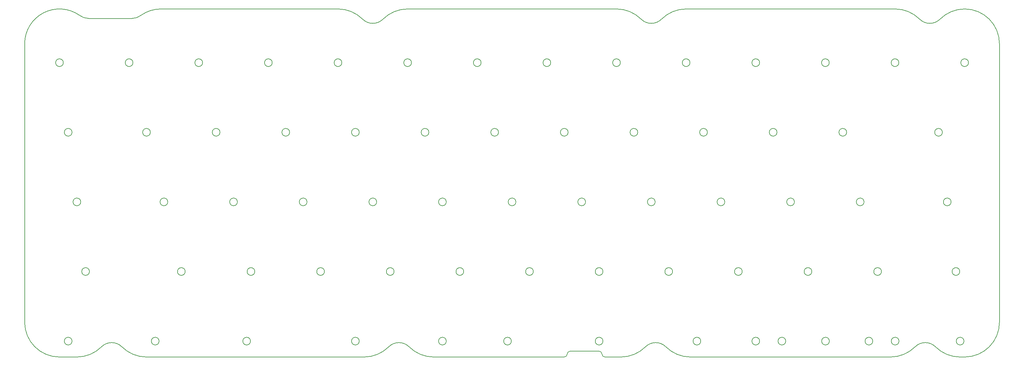
<source format=gbr>
%TF.GenerationSoftware,KiCad,Pcbnew,(6.0.5)*%
%TF.CreationDate,2022-07-14T21:57:26-04:00*%
%TF.ProjectId,bd64pcb,62643634-7063-4622-9e6b-696361645f70,rev?*%
%TF.SameCoordinates,Original*%
%TF.FileFunction,Profile,NP*%
%FSLAX46Y46*%
G04 Gerber Fmt 4.6, Leading zero omitted, Abs format (unit mm)*
G04 Created by KiCad (PCBNEW (6.0.5)) date 2022-07-14 21:57:26*
%MOMM*%
%LPD*%
G01*
G04 APERTURE LIST*
%TA.AperFunction,Profile*%
%ADD10C,0.150000*%
%TD*%
G04 APERTURE END LIST*
D10*
X24606250Y-137318750D02*
X29368750Y-137318750D01*
X264282818Y-134528932D02*
G75*
G03*
X271018000Y-137318750I6735182J6735132D01*
G01*
X48418750Y-137318750D02*
X107950000Y-137318750D01*
X30068480Y-43790565D02*
G75*
G03*
X15081250Y-51593750I-5462575J-7802521D01*
G01*
X44446194Y-44660503D02*
X32547738Y-44660243D01*
X190511683Y-134528942D02*
G75*
G03*
X184932067Y-134528942I-2789808J-2789809D01*
G01*
X173037450Y-136525000D02*
G75*
G03*
X172243750Y-135731250I-793750J0D01*
G01*
X281781250Y-51593750D02*
G75*
G03*
X272256250Y-42068750I-9525050J-50D01*
G01*
X120264808Y-134528942D02*
G75*
G03*
X114685192Y-134528942I-2789808J-2789809D01*
G01*
X119856250Y-42068729D02*
G75*
G03*
X113121058Y-44858558I50J-9525071D01*
G01*
X253206250Y-42068750D02*
X196056250Y-42068750D01*
X183741457Y-44858543D02*
G75*
G03*
X177006250Y-42068750I-6735157J-6735157D01*
G01*
X164306250Y-135731250D02*
X172243750Y-135731250D01*
X162718750Y-137318800D02*
G75*
G03*
X163512500Y-136525000I-50J793800D01*
G01*
X100806250Y-42068750D02*
X52387500Y-42068750D01*
X173831250Y-137318750D02*
X178196875Y-137318750D01*
X15081250Y-127793750D02*
X15081250Y-51593750D01*
X272256250Y-42068729D02*
G75*
G03*
X265521058Y-44858558I50J-9525071D01*
G01*
X271018000Y-137318750D02*
X272256250Y-137318750D01*
X52387500Y-42068775D02*
G75*
G03*
X46925453Y-43790826I-200J-9522725D01*
G01*
X281781250Y-127793750D02*
X281781250Y-51593750D01*
X178196875Y-137318718D02*
G75*
G03*
X184932067Y-134528942I25J9525018D01*
G01*
X272256250Y-137318750D02*
G75*
G03*
X281781250Y-127793750I0J9525000D01*
G01*
X259941442Y-44858558D02*
G75*
G03*
X265521058Y-44858558I2789808J2789809D01*
G01*
X259941457Y-44858543D02*
G75*
G03*
X253206250Y-42068750I-6735157J-6735157D01*
G01*
X107541457Y-44858543D02*
G75*
G03*
X100806250Y-42068750I-6735157J-6735157D01*
G01*
X196056250Y-42068729D02*
G75*
G03*
X189321058Y-44858558I50J-9525071D01*
G01*
X44446194Y-44660490D02*
G75*
G03*
X46925453Y-43790826I1406J3964790D01*
G01*
X251968000Y-137318735D02*
G75*
G03*
X258703192Y-134528942I0J9525035D01*
G01*
X264282808Y-134528942D02*
G75*
G03*
X258703192Y-134528942I-2789808J-2789809D01*
G01*
X177006250Y-42068750D02*
X119856250Y-42068750D01*
X41683558Y-134528942D02*
G75*
G03*
X36103942Y-134528942I-2789808J-2789809D01*
G01*
X164306250Y-135731200D02*
G75*
G03*
X163512500Y-136525000I50J-793800D01*
G01*
X197246875Y-137318750D02*
X251968000Y-137318750D01*
X15081250Y-127793750D02*
G75*
G03*
X24606250Y-137318750I9525000J0D01*
G01*
X41683560Y-134528940D02*
G75*
G03*
X48418750Y-137318750I6735190J6735180D01*
G01*
X120264818Y-134528932D02*
G75*
G03*
X127000000Y-137318750I6735182J6735132D01*
G01*
X190511706Y-134528919D02*
G75*
G03*
X197246875Y-137318750I6735194J6735119D01*
G01*
X183741442Y-44858558D02*
G75*
G03*
X189321058Y-44858558I2789808J2789809D01*
G01*
X107950000Y-137318735D02*
G75*
G03*
X114685192Y-134528942I0J9525035D01*
G01*
X30068467Y-43790581D02*
G75*
G03*
X32547738Y-44660243I2477833J3095081D01*
G01*
X29368750Y-137318750D02*
G75*
G03*
X36103942Y-134528942I0J9525000D01*
G01*
X173037550Y-136525000D02*
G75*
G03*
X173831250Y-137318750I793750J0D01*
G01*
X127000000Y-137318750D02*
X162718750Y-137318750D01*
X107541442Y-44858558D02*
G75*
G03*
X113121058Y-44858558I2789808J2789809D01*
G01*
%TO.C,L1*%
X25656250Y-56769000D02*
G75*
G03*
X25656250Y-56769000I-1050000J0D01*
G01*
%TO.C,L2*%
X44706250Y-56769000D02*
G75*
G03*
X44706250Y-56769000I-1050000J0D01*
G01*
%TO.C,L3*%
X63756250Y-56769000D02*
G75*
G03*
X63756250Y-56769000I-1050000J0D01*
G01*
%TO.C,L4*%
X82806250Y-56769000D02*
G75*
G03*
X82806250Y-56769000I-1050000J0D01*
G01*
%TO.C,L5*%
X101856250Y-56769000D02*
G75*
G03*
X101856250Y-56769000I-1050000J0D01*
G01*
%TO.C,L6*%
X120906250Y-56769000D02*
G75*
G03*
X120906250Y-56769000I-1050000J0D01*
G01*
%TO.C,L7*%
X139956250Y-56769000D02*
G75*
G03*
X139956250Y-56769000I-1050000J0D01*
G01*
%TO.C,L8*%
X159006250Y-56769000D02*
G75*
G03*
X159006250Y-56769000I-1050000J0D01*
G01*
%TO.C,L9*%
X178056250Y-56769000D02*
G75*
G03*
X178056250Y-56769000I-1050000J0D01*
G01*
%TO.C,L10*%
X197106250Y-56769000D02*
G75*
G03*
X197106250Y-56769000I-1050000J0D01*
G01*
%TO.C,L11*%
X216156250Y-56769000D02*
G75*
G03*
X216156250Y-56769000I-1050000J0D01*
G01*
%TO.C,L12*%
X235206250Y-56769000D02*
G75*
G03*
X235206250Y-56769000I-1050000J0D01*
G01*
%TO.C,L13*%
X254256250Y-56769000D02*
G75*
G03*
X254256250Y-56769000I-1050000J0D01*
G01*
%TO.C,L14*%
X273306250Y-56769000D02*
G75*
G03*
X273306250Y-56769000I-1050000J0D01*
G01*
%TO.C,L15*%
X28037500Y-132969000D02*
G75*
G03*
X28037500Y-132969000I-1050000J0D01*
G01*
%TO.C,L16*%
X51850000Y-132969000D02*
G75*
G03*
X51850000Y-132969000I-1050000J0D01*
G01*
%TO.C,L18*%
X49468750Y-75819000D02*
G75*
G03*
X49468750Y-75819000I-1050000J0D01*
G01*
%TO.C,L19*%
X68518750Y-75819000D02*
G75*
G03*
X68518750Y-75819000I-1050000J0D01*
G01*
%TO.C,L20*%
X87568750Y-75819000D02*
G75*
G03*
X87568750Y-75819000I-1050000J0D01*
G01*
%TO.C,L21*%
X106618750Y-75819000D02*
G75*
G03*
X106618750Y-75819000I-1050000J0D01*
G01*
%TO.C,L22*%
X125668750Y-75819000D02*
G75*
G03*
X125668750Y-75819000I-1050000J0D01*
G01*
%TO.C,L23*%
X144718750Y-75819000D02*
G75*
G03*
X144718750Y-75819000I-1050000J0D01*
G01*
%TO.C,L24*%
X163768750Y-75819000D02*
G75*
G03*
X163768750Y-75819000I-1050000J0D01*
G01*
%TO.C,L25*%
X182818750Y-75819000D02*
G75*
G03*
X182818750Y-75819000I-1050000J0D01*
G01*
%TO.C,L26*%
X201868750Y-75819000D02*
G75*
G03*
X201868750Y-75819000I-1050000J0D01*
G01*
%TO.C,L27*%
X220918750Y-75819000D02*
G75*
G03*
X220918750Y-75819000I-1050000J0D01*
G01*
%TO.C,L28*%
X239968750Y-75819000D02*
G75*
G03*
X239968750Y-75819000I-1050000J0D01*
G01*
%TO.C,L29*%
X266162500Y-75819000D02*
G75*
G03*
X266162500Y-75819000I-1050000J0D01*
G01*
%TO.C,L30*%
X76869000Y-132969000D02*
G75*
G03*
X76869000Y-132969000I-1050000J0D01*
G01*
%TO.C,L31*%
X106618750Y-132969000D02*
G75*
G03*
X106618750Y-132969000I-1050000J0D01*
G01*
%TO.C,L32*%
X130431250Y-132969000D02*
G75*
G03*
X130431250Y-132969000I-1050000J0D01*
G01*
%TO.C,L33*%
X30418750Y-94869000D02*
G75*
G03*
X30418750Y-94869000I-1050000J0D01*
G01*
%TO.C,L34*%
X54231250Y-94869000D02*
G75*
G03*
X54231250Y-94869000I-1050000J0D01*
G01*
%TO.C,L35*%
X73281250Y-94869000D02*
G75*
G03*
X73281250Y-94869000I-1050000J0D01*
G01*
%TO.C,L36*%
X92331250Y-94869000D02*
G75*
G03*
X92331250Y-94869000I-1050000J0D01*
G01*
%TO.C,L37*%
X111381250Y-94869000D02*
G75*
G03*
X111381250Y-94869000I-1050000J0D01*
G01*
%TO.C,L38*%
X130431250Y-94869000D02*
G75*
G03*
X130431250Y-94869000I-1050000J0D01*
G01*
%TO.C,L39*%
X149481250Y-94869000D02*
G75*
G03*
X149481250Y-94869000I-1050000J0D01*
G01*
%TO.C,L40*%
X168531250Y-94869000D02*
G75*
G03*
X168531250Y-94869000I-1050000J0D01*
G01*
%TO.C,L41*%
X187581250Y-94869000D02*
G75*
G03*
X187581250Y-94869000I-1050000J0D01*
G01*
%TO.C,L42*%
X206631250Y-94869000D02*
G75*
G03*
X206631250Y-94869000I-1050000J0D01*
G01*
%TO.C,L43*%
X225681250Y-94869000D02*
G75*
G03*
X225681250Y-94869000I-1050000J0D01*
G01*
%TO.C,L44*%
X244731250Y-94869000D02*
G75*
G03*
X244731250Y-94869000I-1050000J0D01*
G01*
%TO.C,L45*%
X268543750Y-94869000D02*
G75*
G03*
X268543750Y-94869000I-1050000J0D01*
G01*
%TO.C,L46*%
X148243000Y-132969000D02*
G75*
G03*
X148243000Y-132969000I-1050000J0D01*
G01*
%TO.C,L47*%
X173293750Y-132969000D02*
G75*
G03*
X173293750Y-132969000I-1050000J0D01*
G01*
%TO.C,L48*%
X200059000Y-132969000D02*
G75*
G03*
X200059000Y-132969000I-1050000J0D01*
G01*
%TO.C,L49*%
X32800000Y-113919000D02*
G75*
G03*
X32800000Y-113919000I-1050000J0D01*
G01*
%TO.C,L50*%
X58993750Y-113919000D02*
G75*
G03*
X58993750Y-113919000I-1050000J0D01*
G01*
%TO.C,L51*%
X78043750Y-113919000D02*
G75*
G03*
X78043750Y-113919000I-1050000J0D01*
G01*
%TO.C,L52*%
X97093750Y-113919000D02*
G75*
G03*
X97093750Y-113919000I-1050000J0D01*
G01*
%TO.C,L53*%
X116143750Y-113919000D02*
G75*
G03*
X116143750Y-113919000I-1050000J0D01*
G01*
%TO.C,L54*%
X135193750Y-113919000D02*
G75*
G03*
X135193750Y-113919000I-1050000J0D01*
G01*
%TO.C,L55*%
X154243750Y-113919000D02*
G75*
G03*
X154243750Y-113919000I-1050000J0D01*
G01*
%TO.C,L56*%
X173293750Y-113919000D02*
G75*
G03*
X173293750Y-113919000I-1050000J0D01*
G01*
%TO.C,L57*%
X192343750Y-113919000D02*
G75*
G03*
X192343750Y-113919000I-1050000J0D01*
G01*
%TO.C,L58*%
X211393750Y-113919000D02*
G75*
G03*
X211393750Y-113919000I-1050000J0D01*
G01*
%TO.C,L59*%
X230443750Y-113919000D02*
G75*
G03*
X230443750Y-113919000I-1050000J0D01*
G01*
%TO.C,L60*%
X249493750Y-113919000D02*
G75*
G03*
X249493750Y-113919000I-1050000J0D01*
G01*
%TO.C,L61*%
X270925000Y-113919000D02*
G75*
G03*
X270925000Y-113919000I-1050000J0D01*
G01*
%TO.C,L62*%
X223300000Y-132969000D02*
G75*
G03*
X223300000Y-132969000I-1050000J0D01*
G01*
%TO.C,L63*%
X247112500Y-132969000D02*
G75*
G03*
X247112500Y-132969000I-1050000J0D01*
G01*
%TO.C,L64*%
X272068000Y-132969000D02*
G75*
G03*
X272068000Y-132969000I-1050000J0D01*
G01*
%TO.C,L17*%
X28037500Y-75819000D02*
G75*
G03*
X28037500Y-75819000I-1050000J0D01*
G01*
%TO.C,L63*%
X254288000Y-132969000D02*
G75*
G03*
X254288000Y-132969000I-1050000J0D01*
G01*
%TO.C,L48*%
X216156250Y-132969000D02*
G75*
G03*
X216156250Y-132969000I-1050000J0D01*
G01*
%TO.C,L62*%
X235238000Y-132969000D02*
G75*
G03*
X235238000Y-132969000I-1050000J0D01*
G01*
%TD*%
M02*

</source>
